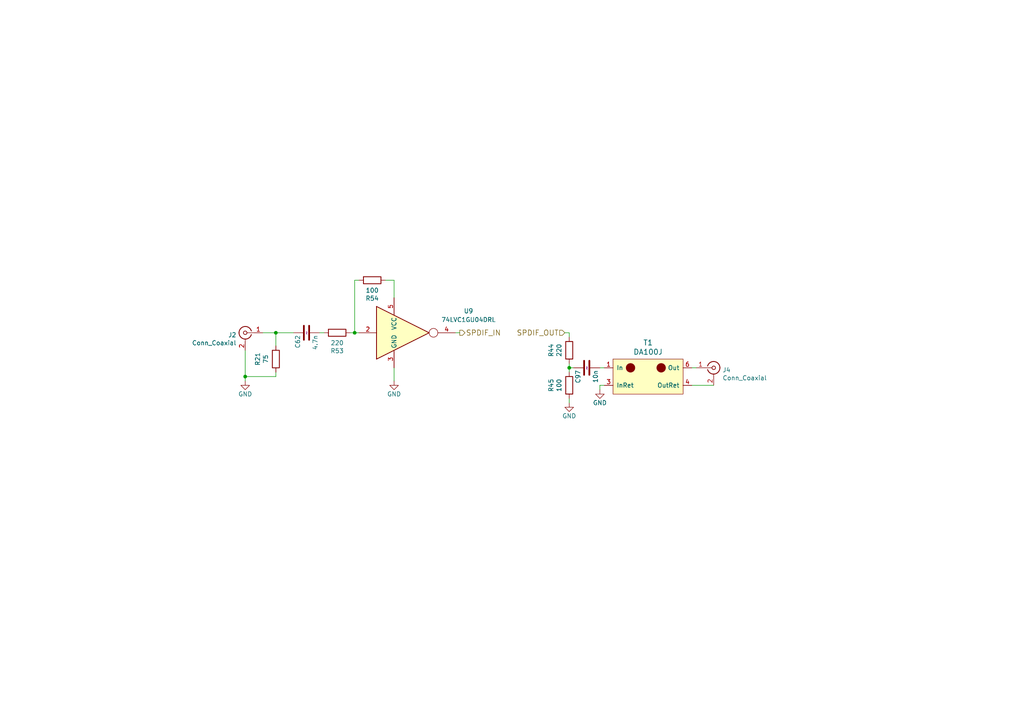
<source format=kicad_sch>
(kicad_sch (version 20231120) (generator "eeschema") (generator_version "8.0")
  (paper "A4")
  (title_block (title "blus mini mk2") (date "2024-04-05") (rev "a") (company "elagil"))
  (lib_symbols
    (symbol "74xGxx:74LVC1GU04DRL"
      (property "Reference" "U" (at -5.08 10.16 0))
      (property "Value" "74LVC1GU04DRL" (at 17.78 10.16 0))
      (symbol "74LVC1GU04DRL_0_1"
        (rectangle (start -5.08 7.62) (end -5.08 -7.62) (stroke (width 0.254)) (fill (type background)))
        (polyline (pts (xy -5.08 -7.62) (xy 10.16 0) (xy -5.08 7.62)) (stroke (width 0.254)) (fill (type background)))
        (circle (center 11.43 0) (radius 1.27))
      )
      (symbol "74LVC1GU04DRL_1_1"
        (pin no_connect line (at 10.16 0 180) (length 5.08) hide (name "NC") (number "1"))
        (pin input line (at -10.16 0 0) (length 5.08) (name "~") (number "2"))
        (pin power_in line (at 0 -10.16 90) (length 5.08) (name "GND") (number "3"))
        (pin output line (at 17.78 0 180) (length 5.08) (name "~") (number "4"))
        (pin power_in line (at 0 10.16 270) (length 5.08) (name "VCC") (number "5"))
      )
    )
    (symbol "Connector:Conn_Coaxial" (pin_names (offset 1.016) hide)
      (property "Reference" "J" (at 0.254 3.048 0))
      (property "Value" "Conn_Coaxial" (at 2.921 0 90))
      (symbol "Conn_Coaxial_0_1"
        (arc (start -1.778 -0.508) (mid 0.222 -1.808) (end 1.778 0) (stroke (width 0.254)))
        (polyline (pts (xy -2.54 0) (xy -0.508 0)))
        (polyline (pts (xy 0 -2.54) (xy 0 -1.778)))
        (circle (center 0 0) (radius 0.508) (stroke (width 0.2032)))
        (arc (start 1.778 0) (mid 0.222 1.8083) (end -1.778 0.508) (stroke (width 0.254)))
      )
      (symbol "Conn_Coaxial_1_1"
        (pin passive line (at -5.08 0 0) (length 2.54) (name "In") (number "1"))
        (pin passive line (at 0 -5.08 90) (length 2.54) (name "Ext") (number "2"))
      )
    )
    (symbol "Device:C" (pin_numbers hide) (pin_names (offset 0.254))
      (property "Reference" "C" (at 0.635 2.54 0))
      (property "Value" "C" (at 0.635 -2.54 0))
      (symbol "C_0_1"
        (polyline (pts (xy -2.032 -0.762) (xy 2.032 -0.762)) (stroke (width 0.508)))
        (polyline (pts (xy -2.032 0.762) (xy 2.032 0.762)) (stroke (width 0.508)))
      )
      (symbol "C_1_1"
        (pin passive line (at 0 3.81 270) (length 2.794) (name "~") (number "1"))
        (pin passive line (at 0 -3.81 90) (length 2.794) (name "~") (number "2"))
      )
    )
    (symbol "Device:R" (pin_numbers hide) (pin_names (offset 0))
      (property "Reference" "R" (at 2.032 0 90))
      (property "Value" "R" (at 0 0 90))
      (symbol "R_0_1"
        (rectangle (start -1.016 -2.54) (end 1.016 2.54) (stroke (width 0.254)))
      )
      (symbol "R_1_1"
        (pin passive line (at 0 3.81 270) (length 1.27) (name "~") (number "1"))
        (pin passive line (at 0 -3.81 90) (length 1.27) (name "~") (number "2"))
      )
    )
    (symbol "Transformer_Audio:DA100J" (pin_names (offset 1.016))
      (property "Reference" "T" (at 0 7.62 0))
      (property "Value" "DA100J" (at 0 10.16 0))
      (symbol "DA100J_0_1"
        (rectangle (start -10.16 5.08) (end 10.16 -5.08) (fill (type background)))
        (circle (center -5.08 2.54) (radius 1.27) (fill (type outline)))
        (circle (center 3.81 2.54) (radius 1.27) (fill (type outline)))
      )
      (symbol "DA100J_1_1"
        (pin input line (at -12.7 2.54 0) (length 2.54) (name "In") (number "1"))
        (pin input line (at -12.7 0 0) (length 2.54) hide (name "NC") (number "2"))
        (pin input line (at -12.7 -2.54 0) (length 2.54) (name "InRet") (number "3"))
        (pin output line (at 12.7 -2.54 180) (length 2.54) (name "OutRet") (number "4"))
        (pin output line (at 12.7 0 180) (length 2.54) hide (name "NC") (number "5"))
        (pin output line (at 12.7 2.54 180) (length 2.54) (name "Out") (number "6"))
      )
    )
    (symbol "power:GND" (power) (pin_names (offset 0))
      (property "Value" "GND" (at 0 -3.81 0))
      (symbol "GND_0_1"
        (polyline (pts (xy 0 0) (xy 0 -1.27) (xy 1.27 -1.27) (xy 0 -2.54) (xy -1.27 -1.27) (xy 0 -1.27)))
      )
      (symbol "GND_1_1"
        (pin power_in line (at 0 0 270) (length 0) hide (name "GND") (number "1"))
      )
    )
  )
  (junction (at 102.87 96.52))
  (junction (at 165.1 106.68))
  (junction (at 71.12 109.22))
  (junction (at 80.01 96.52))
  (wire (pts (xy 165.1 115.57) (xy 165.1 116.84)))
  (wire (pts (xy 102.87 96.52) (xy 104.14 96.52)))
  (wire (pts (xy 173.99 106.68) (xy 175.26 106.68)))
  (wire (pts (xy 102.87 81.28) (xy 102.87 96.52)))
  (wire (pts (xy 92.71 96.52) (xy 93.98 96.52)))
  (wire (pts (xy 71.12 101.6) (xy 71.12 109.22)))
  (wire (pts (xy 165.1 96.52) (xy 165.1 97.79)))
  (wire (pts (xy 80.01 109.22) (xy 80.01 107.95)))
  (wire (pts (xy 132.08 96.52) (xy 133.35 96.52)))
  (wire (pts (xy 101.6 96.52) (xy 102.87 96.52)))
  (wire (pts (xy 163.83 96.52) (xy 165.1 96.52)))
  (wire (pts (xy 165.1 105.41) (xy 165.1 106.68)))
  (wire (pts (xy 104.14 81.28) (xy 102.87 81.28)))
  (wire (pts (xy 71.12 110.49) (xy 71.12 109.22)))
  (wire (pts (xy 85.09 96.52) (xy 80.01 96.52)))
  (wire (pts (xy 80.01 96.52) (xy 80.01 100.33)))
  (wire (pts (xy 201.93 106.68) (xy 200.66 106.68)))
  (wire (pts (xy 114.3 106.68) (xy 114.3 110.49)))
  (wire (pts (xy 111.76 81.28) (xy 114.3 81.28)))
  (wire (pts (xy 200.66 111.76) (xy 207.01 111.76)))
  (wire (pts (xy 76.2 96.52) (xy 80.01 96.52)))
  (wire (pts (xy 173.99 113.03) (xy 173.99 111.76)))
  (wire (pts (xy 175.26 111.76) (xy 173.99 111.76)))
  (wire (pts (xy 71.12 109.22) (xy 80.01 109.22)))
  (wire (pts (xy 165.1 106.68) (xy 165.1 107.95)))
  (wire (pts (xy 114.3 81.28) (xy 114.3 86.36)))
  (wire (pts (xy 165.1 106.68) (xy 166.37 106.68)))
  (hierarchical_label "SPDIF_IN" (shape output) (at 133.35 96.52 0) (effects (font (size 1.524 1.524))))
  (hierarchical_label "SPDIF_OUT" (shape input) (at 163.83 96.52 180) (effects (font (size 1.524 1.524))))
  (symbol (lib_id "Device:C") (at 88.9 96.52 90) (mirror x) (unit 1)
    (property "Reference" "C62" (at 86.36 97.155 0) (effects (justify left)))
    (property "Value" "4.7n" (at 91.44 97.155 0) (effects (justify left)))
    (property "Footprint" "Capacitor_SMD:C_0402_1005Metric" (effects (hide yes)))
    (property "Datasheet" "~" (at 88.9 96.52 0) (effects (font (size 1.524 1.524))))
    (property "MPN" "C15195" (effects (hide yes)))
  )
  (symbol (lib_id "Device:R") (at 80.01 104.14 0) (unit 1)
    (property "Reference" "R21" (at 74.7522 104.14 90))
    (property "Value" "75" (at 77.0636 104.14 90))
    (property "Footprint" "Resistor_SMD:R_0402_1005Metric" (effects (hide yes)))
    (property "MPN" "C25133" (effects (hide yes)))
  )
  (symbol (lib_id "Transformer_Audio:DA100J") (at 187.96 109.22 0) (unit 1)
    (property "Reference" "T1" (at 187.96 99.3902 0) (effects (font (size 1.524 1.524))))
    (property "Value" "DA100J" (at 187.96 102.0826 0) (effects (font (size 1.524 1.524))))
    (property "Footprint" "Transformer_Audio:SOIC-6" (effects (hide yes)))
    (property "Mfr.Nr." "M" (effects (hide yes)))
  )
  (symbol (lib_id "power:GND") (at 173.99 113.03 0) (unit 1)
    (property "Reference" "#PWR093" (effects (hide yes)))
    (property "Value" "GND" (at 173.99 116.84 0))
  )
  (symbol (lib_id "Device:C") (at 170.18 106.68 90) (mirror x) (unit 1)
    (property "Reference" "C97" (at 167.64 107.315 0) (effects (justify left)))
    (property "Value" "10n" (at 172.72 107.315 0) (effects (justify left)))
    (property "Footprint" "Capacitor_SMD:C_0402_1005Metric" (effects (hide yes)))
    (property "Datasheet" "~" (at 170.18 106.68 0) (effects (font (size 1.524 1.524))))
    (property "MPN" "C15195" (effects (hide yes)))
  )
  (symbol (lib_id "Device:R") (at 165.1 111.76 0) (unit 1)
    (property "Reference" "R45" (at 159.8422 111.76 90))
    (property "Value" "100" (at 162.1536 111.76 90))
    (property "Footprint" "Resistor_SMD:R_0402_1005Metric" (effects (hide yes)))
    (property "MPN" "C25076" (effects (hide yes)))
  )
  (symbol (lib_id "Device:R") (at 165.1 101.6 0) (unit 1)
    (property "Reference" "R44" (at 159.8422 101.6 90))
    (property "Value" "220" (at 162.1536 101.6 90))
    (property "Footprint" "Resistor_SMD:R_0402_1005Metric" (effects (hide yes)))
    (property "MPN" "C25091" (effects (hide yes)))
  )
  (symbol (lib_id "power:GND") (at 165.1 116.84 0) (unit 1)
    (property "Reference" "#PWR092" (effects (hide yes)))
    (property "Value" "GND" (at 165.1 120.65 0))
  )
  (symbol (lib_id "Connector:Conn_Coaxial") (at 71.12 96.52 0) (mirror y) (unit 1)
    (property "Reference" "J2" (at 68.58 97.155 0) (effects (justify left)))
    (property "Value" "Conn_Coaxial" (at 68.58 99.4664 0) (effects (justify left)))
    (property "Footprint" "Connector_Audio_Custom:cui_rcj_02x" (effects (hide yes)))
    (property "Datasheet" " ~" (effects (hide yes)))
    (property "Mfr.Nr." "DK" (effects (hide yes)))
  )
  (symbol (lib_id "Connector:Conn_Coaxial") (at 207.01 106.68 0) (unit 1)
    (property "Reference" "J4" (at 209.55 107.315 0) (effects (justify left)))
    (property "Value" "Conn_Coaxial" (at 209.55 109.6264 0) (effects (justify left)))
    (property "Footprint" "Connector_Audio_Custom:cui_rcj_02x" (effects (hide yes)))
    (property "Datasheet" " ~" (effects (hide yes)))
    (property "Mfr.Nr." "DK" (effects (hide yes)))
  )
  (symbol (lib_id "power:GND") (at 71.12 110.49 0) (unit 1)
    (property "Reference" "#PWR091" (effects (hide yes)))
    (property "Value" "GND" (at 71.12 114.3 0))
  )
  (symbol (lib_id "power:GND") (at 114.3 110.49 0) (unit 1)
    (property "Reference" "#PWR047" (effects (hide yes)))
    (property "Value" "GND" (at 114.3 114.3 0))
  )
  (symbol (lib_id "Device:R") (at 107.95 81.28 90) (unit 1)
    (property "Reference" "R54" (at 107.95 86.5378 90))
    (property "Value" "100" (at 107.95 84.2264 90))
    (property "Footprint" "Resistor_SMD:R_0402_1005Metric" (effects (hide yes)))
    (property "MPN" "C25076" (effects (hide yes)))
  )
  (symbol (lib_id "74xGxx:74LVC1GU04DRL") (at 114.3 96.52 0) (unit 1)
    (property "Reference" "U9" (at 135.89 90.2014 0))
    (property "Value" "74LVC1GU04DRL" (at 135.89 92.7414 0))
    (property "Footprint" "Package_TO_SOT_SMD:SOT-553" (effects (hide yes)))
    (property "Datasheet" "http://www.ti.com/lit/ds/symlink/sn74lvc1gu04.pdf" (effects (hide yes)))
    (property "Description" "Single Inverter Gate, SOT-553" (effects (hide yes)))
  )
  (symbol (lib_id "Device:R") (at 97.79 96.52 90) (unit 1)
    (property "Reference" "R53" (at 97.79 101.7778 90))
    (property "Value" "220" (at 97.79 99.4664 90))
    (property "Footprint" "Resistor_SMD:R_0402_1005Metric" (effects (hide yes)))
    (property "MPN" "C25091" (effects (hide yes)))
  )
)
</source>
